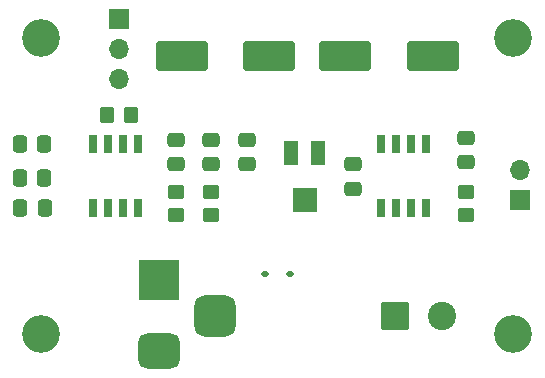
<source format=gbr>
%TF.GenerationSoftware,KiCad,Pcbnew,7.0.10*%
%TF.CreationDate,2024-03-02T17:10:40+01:00*%
%TF.ProjectId,explorer,6578706c-6f72-4657-922e-6b696361645f,rev?*%
%TF.SameCoordinates,Original*%
%TF.FileFunction,Soldermask,Top*%
%TF.FilePolarity,Negative*%
%FSLAX46Y46*%
G04 Gerber Fmt 4.6, Leading zero omitted, Abs format (unit mm)*
G04 Created by KiCad (PCBNEW 7.0.10) date 2024-03-02 17:10:40*
%MOMM*%
%LPD*%
G01*
G04 APERTURE LIST*
G04 Aperture macros list*
%AMRoundRect*
0 Rectangle with rounded corners*
0 $1 Rounding radius*
0 $2 $3 $4 $5 $6 $7 $8 $9 X,Y pos of 4 corners*
0 Add a 4 corners polygon primitive as box body*
4,1,4,$2,$3,$4,$5,$6,$7,$8,$9,$2,$3,0*
0 Add four circle primitives for the rounded corners*
1,1,$1+$1,$2,$3*
1,1,$1+$1,$4,$5*
1,1,$1+$1,$6,$7*
1,1,$1+$1,$8,$9*
0 Add four rect primitives between the rounded corners*
20,1,$1+$1,$2,$3,$4,$5,0*
20,1,$1+$1,$4,$5,$6,$7,0*
20,1,$1+$1,$6,$7,$8,$9,0*
20,1,$1+$1,$8,$9,$2,$3,0*%
G04 Aperture macros list end*
%ADD10C,3.200000*%
%ADD11RoundRect,0.250000X0.450000X-0.350000X0.450000X0.350000X-0.450000X0.350000X-0.450000X-0.350000X0*%
%ADD12RoundRect,0.250000X0.475000X-0.337500X0.475000X0.337500X-0.475000X0.337500X-0.475000X-0.337500X0*%
%ADD13R,3.500000X3.500000*%
%ADD14RoundRect,0.750000X1.000000X-0.750000X1.000000X0.750000X-1.000000X0.750000X-1.000000X-0.750000X0*%
%ADD15RoundRect,0.875000X0.875000X-0.875000X0.875000X0.875000X-0.875000X0.875000X-0.875000X-0.875000X0*%
%ADD16RoundRect,0.250000X-1.950000X-1.000000X1.950000X-1.000000X1.950000X1.000000X-1.950000X1.000000X0*%
%ADD17R,0.650000X1.525000*%
%ADD18R,1.300000X2.000000*%
%ADD19R,2.000000X2.000000*%
%ADD20RoundRect,0.250000X-0.350000X-0.450000X0.350000X-0.450000X0.350000X0.450000X-0.350000X0.450000X0*%
%ADD21R,1.700000X1.700000*%
%ADD22O,1.700000X1.700000*%
%ADD23RoundRect,0.250001X-0.949999X-0.949999X0.949999X-0.949999X0.949999X0.949999X-0.949999X0.949999X0*%
%ADD24C,2.400000*%
%ADD25RoundRect,0.250000X0.337500X0.475000X-0.337500X0.475000X-0.337500X-0.475000X0.337500X-0.475000X0*%
%ADD26RoundRect,0.250000X-0.450000X0.350000X-0.450000X-0.350000X0.450000X-0.350000X0.450000X0.350000X0*%
%ADD27RoundRect,0.112500X0.187500X0.112500X-0.187500X0.112500X-0.187500X-0.112500X0.187500X-0.112500X0*%
G04 APERTURE END LIST*
D10*
%TO.C,H3*%
X92900000Y48100000D03*
%TD*%
D11*
%TO.C,R2*%
X67300000Y58100000D03*
X67300000Y60100000D03*
%TD*%
D12*
%TO.C,C2*%
X67300000Y62425000D03*
X67300000Y64500000D03*
%TD*%
%TO.C,C10*%
X88900000Y62600000D03*
X88900000Y64675000D03*
%TD*%
D13*
%TO.C,J2*%
X62900000Y52600000D03*
D14*
X62900000Y46600000D03*
D15*
X67600000Y49600000D03*
%TD*%
D16*
%TO.C,C6*%
X78664000Y71576000D03*
X86064000Y71576000D03*
%TD*%
D11*
%TO.C,R1*%
X64300000Y58100000D03*
X64300000Y60100000D03*
%TD*%
D17*
%TO.C,IC2*%
X81724000Y58700000D03*
X82994000Y58700000D03*
X84264000Y58700000D03*
X85534000Y58700000D03*
X85534000Y64124000D03*
X84264000Y64124000D03*
X82994000Y64124000D03*
X81724000Y64124000D03*
%TD*%
D10*
%TO.C,H2*%
X92900000Y73100000D03*
%TD*%
D16*
%TO.C,C4*%
X64804000Y71576000D03*
X72204000Y71576000D03*
%TD*%
D17*
%TO.C,IC1*%
X57290000Y58700000D03*
X58560000Y58700000D03*
X59830000Y58700000D03*
X61100000Y58700000D03*
X61100000Y64124000D03*
X59830000Y64124000D03*
X58560000Y64124000D03*
X57290000Y64124000D03*
%TD*%
D18*
%TO.C,RV1*%
X74079000Y63412000D03*
D19*
X75229000Y59412000D03*
D18*
X76379000Y63412000D03*
%TD*%
D20*
%TO.C,R4*%
X58488000Y66623000D03*
X60488000Y66623000D03*
%TD*%
D21*
%TO.C,JSPK1*%
X93500000Y59376000D03*
D22*
X93500000Y61916000D03*
%TD*%
D23*
%TO.C,J1*%
X82900000Y49600000D03*
D24*
X86860000Y49600000D03*
%TD*%
D25*
%TO.C,C8*%
X53195000Y61312000D03*
X51120000Y61312000D03*
%TD*%
D10*
%TO.C,H4*%
X52900000Y48100000D03*
%TD*%
D12*
%TO.C,C5*%
X70375000Y62425000D03*
X70375000Y64500000D03*
%TD*%
%TO.C,C3*%
X79300000Y60375000D03*
X79300000Y62450000D03*
%TD*%
%TO.C,C1*%
X64300000Y62425000D03*
X64300000Y64500000D03*
%TD*%
D21*
%TO.C,JPROG1*%
X59504000Y74751000D03*
D22*
X59504000Y72211000D03*
X59504000Y69671000D03*
%TD*%
D26*
%TO.C,R3*%
X88900000Y60100000D03*
X88900000Y58100000D03*
%TD*%
D25*
%TO.C,C7*%
X53195000Y64112000D03*
X51120000Y64112000D03*
%TD*%
D27*
%TO.C,D1*%
X73950000Y53100000D03*
X71850000Y53100000D03*
%TD*%
D25*
%TO.C,C9*%
X53232500Y58712000D03*
X51157500Y58712000D03*
%TD*%
D10*
%TO.C,H1*%
X52900000Y73100000D03*
%TD*%
M02*

</source>
